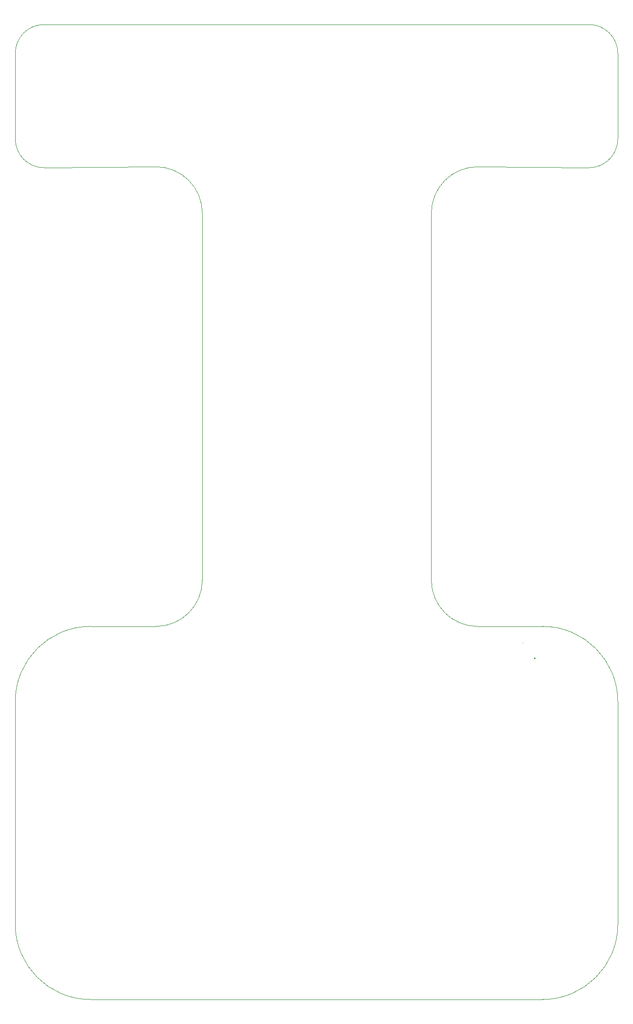
<source format=gbr>
%TF.GenerationSoftware,KiCad,Pcbnew,7.0.7*%
%TF.CreationDate,2024-02-03T16:55:10+08:00*%
%TF.ProjectId,lekirbot,6c656b69-7262-46f7-942e-6b696361645f,rev?*%
%TF.SameCoordinates,Original*%
%TF.FileFunction,Profile,NP*%
%FSLAX46Y46*%
G04 Gerber Fmt 4.6, Leading zero omitted, Abs format (unit mm)*
G04 Created by KiCad (PCBNEW 7.0.7) date 2024-02-03 16:55:10*
%MOMM*%
%LPD*%
G01*
G04 APERTURE LIST*
%TA.AperFunction,Profile*%
%ADD10C,0.050000*%
%TD*%
G04 APERTURE END LIST*
D10*
X64770357Y-51374043D02*
G75*
G03*
X56703440Y-43374323I-7999957J43D01*
G01*
X56770400Y-122758000D02*
X45436200Y-122758000D01*
X136575800Y-135758000D02*
X136575800Y-174198000D01*
X32436200Y-174198000D02*
G75*
G03*
X45436200Y-187198000I13000000J0D01*
G01*
X122352200Y-128244400D02*
G75*
G03*
X122352200Y-128244400I-127000J0D01*
G01*
X37435800Y-18796000D02*
X131575800Y-18796000D01*
X123575800Y-187198000D02*
X45436200Y-187198000D01*
X136575800Y-23796000D02*
G75*
G03*
X131575800Y-18796000I-5000000J0D01*
G01*
X37435800Y-18796000D02*
G75*
G03*
X32435800Y-23796000I0J-5000000D01*
G01*
X136575800Y-135758000D02*
G75*
G03*
X123575800Y-122758000I-13000000J0D01*
G01*
X104343600Y-114758000D02*
X104343600Y-51374297D01*
X45436200Y-122758000D02*
G75*
G03*
X32436200Y-135758000I0J-13000000D01*
G01*
X123575800Y-187198000D02*
G75*
G03*
X136575800Y-174198000I0J13000000D01*
G01*
X104343600Y-114758000D02*
G75*
G03*
X112343600Y-122758000I8000000J0D01*
G01*
X136575800Y-23796000D02*
X136575800Y-38535600D01*
X32435800Y-38535600D02*
X32435800Y-23796000D01*
X120193201Y-125602800D02*
G75*
G03*
X120193201Y-125602800I-1J0D01*
G01*
X37435800Y-43535600D02*
X56703440Y-43374323D01*
X112410812Y-43374582D02*
G75*
G03*
X104343600Y-51374297I-67212J-7999718D01*
G01*
X56770400Y-122758000D02*
G75*
G03*
X64770400Y-114758000I0J8000000D01*
G01*
X112410812Y-43374579D02*
X131575800Y-43535600D01*
X64770400Y-114758000D02*
X64770400Y-51374043D01*
X131575800Y-43535600D02*
G75*
G03*
X136575800Y-38535600I0J5000000D01*
G01*
X32435800Y-38535600D02*
G75*
G03*
X37435800Y-43535600I5000000J0D01*
G01*
X123575800Y-122758000D02*
X112343600Y-122758000D01*
X32436200Y-174198000D02*
X32436200Y-135758000D01*
M02*

</source>
